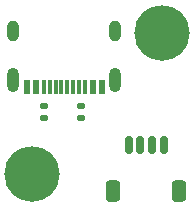
<source format=gbr>
%TF.GenerationSoftware,KiCad,Pcbnew,9.0.1*%
%TF.CreationDate,2025-11-25T19:28:09-05:00*%
%TF.ProjectId,USBCAdapter,55534243-4164-4617-9074-65722e6b6963,rev?*%
%TF.SameCoordinates,Original*%
%TF.FileFunction,Soldermask,Top*%
%TF.FilePolarity,Negative*%
%FSLAX46Y46*%
G04 Gerber Fmt 4.6, Leading zero omitted, Abs format (unit mm)*
G04 Created by KiCad (PCBNEW 9.0.1) date 2025-11-25 19:28:09*
%MOMM*%
%LPD*%
G01*
G04 APERTURE LIST*
G04 Aperture macros list*
%AMRoundRect*
0 Rectangle with rounded corners*
0 $1 Rounding radius*
0 $2 $3 $4 $5 $6 $7 $8 $9 X,Y pos of 4 corners*
0 Add a 4 corners polygon primitive as box body*
4,1,4,$2,$3,$4,$5,$6,$7,$8,$9,$2,$3,0*
0 Add four circle primitives for the rounded corners*
1,1,$1+$1,$2,$3*
1,1,$1+$1,$4,$5*
1,1,$1+$1,$6,$7*
1,1,$1+$1,$8,$9*
0 Add four rect primitives between the rounded corners*
20,1,$1+$1,$2,$3,$4,$5,0*
20,1,$1+$1,$4,$5,$6,$7,0*
20,1,$1+$1,$6,$7,$8,$9,0*
20,1,$1+$1,$8,$9,$2,$3,0*%
G04 Aperture macros list end*
%ADD10C,4.700000*%
%ADD11R,0.600000X1.240000*%
%ADD12R,0.300000X1.240000*%
%ADD13O,1.000000X2.100000*%
%ADD14O,1.000000X1.800000*%
%ADD15RoundRect,0.135000X-0.185000X0.135000X-0.185000X-0.135000X0.185000X-0.135000X0.185000X0.135000X0*%
%ADD16RoundRect,0.150000X-0.150000X-0.625000X0.150000X-0.625000X0.150000X0.625000X-0.150000X0.625000X0*%
%ADD17RoundRect,0.250000X-0.350000X-0.650000X0.350000X-0.650000X0.350000X0.650000X-0.350000X0.650000X0*%
G04 APERTURE END LIST*
D10*
%TO.C,H2*%
X56000000Y-55000000D03*
%TD*%
D11*
%TO.C,J1*%
X61906461Y-47639823D03*
X61106461Y-47639823D03*
D12*
X59956461Y-47639823D03*
X58956461Y-47639823D03*
X58456461Y-47639823D03*
X57456461Y-47639823D03*
D11*
X56306461Y-47639823D03*
X55506461Y-47639823D03*
X55506461Y-47639823D03*
X56306461Y-47639823D03*
D12*
X56956461Y-47639823D03*
X57956461Y-47639823D03*
X59456461Y-47639823D03*
X60456461Y-47639823D03*
D11*
X61106461Y-47639823D03*
X61906461Y-47639823D03*
D13*
X63026461Y-47039823D03*
D14*
X63026461Y-42839823D03*
D13*
X54386461Y-47039823D03*
D14*
X54386461Y-42839823D03*
%TD*%
D15*
%TO.C,R1*%
X60100000Y-49190000D03*
X60100000Y-50210000D03*
%TD*%
%TO.C,R2*%
X57000000Y-49190000D03*
X57000000Y-50210000D03*
%TD*%
D16*
%TO.C,J4*%
X64137002Y-52506186D03*
X65137002Y-52506186D03*
X66137002Y-52506186D03*
X67137002Y-52506186D03*
D17*
X62837002Y-56381186D03*
X68437002Y-56381186D03*
%TD*%
D10*
%TO.C,H1*%
X67000000Y-43000000D03*
%TD*%
M02*

</source>
